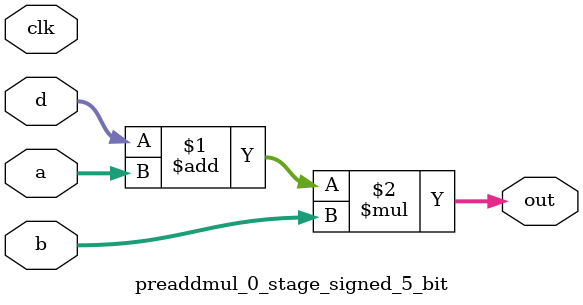
<source format=sv>
(* use_dsp = "yes" *) module preaddmul_0_stage_signed_5_bit(
	input signed [4:0] a,
	input signed [4:0] b,
	input signed [4:0] d,
	output [4:0] out,
	input clk);

	assign out = (d + a) * b;
endmodule

</source>
